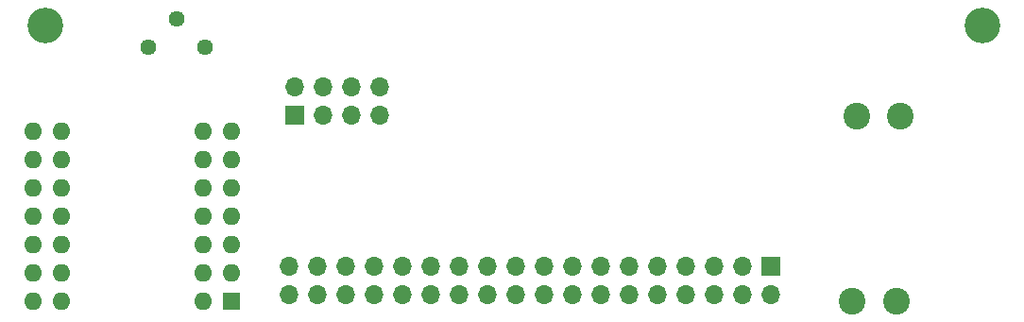
<source format=gbr>
%TF.GenerationSoftware,KiCad,Pcbnew,6.0.11*%
%TF.CreationDate,2025-01-17T14:03:23+01:00*%
%TF.ProjectId,MP6532_board_28-QFN,4d503635-3332-45f6-926f-6172645f3238,rev?*%
%TF.SameCoordinates,Original*%
%TF.FileFunction,Soldermask,Bot*%
%TF.FilePolarity,Negative*%
%FSLAX46Y46*%
G04 Gerber Fmt 4.6, Leading zero omitted, Abs format (unit mm)*
G04 Created by KiCad (PCBNEW 6.0.11) date 2025-01-17 14:03:23*
%MOMM*%
%LPD*%
G01*
G04 APERTURE LIST*
%ADD10R,1.600000X1.600000*%
%ADD11O,1.600000X1.600000*%
%ADD12C,2.400000*%
%ADD13C,3.200000*%
%ADD14C,1.440000*%
%ADD15R,1.700000X1.700000*%
%ADD16O,1.700000X1.700000*%
G04 APERTURE END LIST*
D10*
%TO.C,U2*%
X57912000Y-71120000D03*
D11*
X55372000Y-71120000D03*
X57912000Y-68580000D03*
X55372000Y-68580000D03*
X57912000Y-66040000D03*
X55372000Y-66040000D03*
X57912000Y-63500000D03*
X55372000Y-63500000D03*
X57912000Y-60960000D03*
X55372000Y-60960000D03*
X57912000Y-58420000D03*
X55372000Y-58420000D03*
X57912000Y-55880000D03*
X55372000Y-55880000D03*
X42672000Y-55880000D03*
X40132000Y-55880000D03*
X42672000Y-58420000D03*
X40132000Y-58420000D03*
X42672000Y-60960000D03*
X40132000Y-60960000D03*
X42672000Y-63500000D03*
X40132000Y-63500000D03*
X42672000Y-66040000D03*
X40132000Y-66040000D03*
X42672000Y-68580000D03*
X40132000Y-68580000D03*
X42672000Y-71120000D03*
X40132000Y-71120000D03*
%TD*%
D12*
%TO.C,H2*%
X117860000Y-54560000D03*
%TD*%
D13*
%TO.C,H10*%
X41170000Y-46390000D03*
%TD*%
D14*
%TO.C,RV1*%
X55499000Y-48387000D03*
X52959000Y-45847000D03*
X50419000Y-48387000D03*
%TD*%
D12*
%TO.C,H5*%
X113538000Y-71125000D03*
%TD*%
D15*
%TO.C,J1*%
X63560000Y-54500000D03*
D16*
X63560000Y-51960000D03*
X66100000Y-54500000D03*
X66100000Y-51960000D03*
X68640000Y-54500000D03*
X68640000Y-51960000D03*
X71180000Y-54500000D03*
X71180000Y-51960000D03*
%TD*%
D13*
%TO.C,H9*%
X125170000Y-46390000D03*
%TD*%
D12*
%TO.C,H1*%
X113970000Y-54570000D03*
%TD*%
D15*
%TO.C,J2*%
X106235000Y-68030000D03*
D16*
X106235000Y-70570000D03*
X103695000Y-68030000D03*
X103695000Y-70570000D03*
X101155000Y-68030000D03*
X101155000Y-70570000D03*
X98615000Y-68030000D03*
X98615000Y-70570000D03*
X96075000Y-68030000D03*
X96075000Y-70570000D03*
X93535000Y-68030000D03*
X93535000Y-70570000D03*
X90995000Y-68030000D03*
X90995000Y-70570000D03*
X88455000Y-68030000D03*
X88455000Y-70570000D03*
X85915000Y-68030000D03*
X85915000Y-70570000D03*
X83375000Y-68030000D03*
X83375000Y-70570000D03*
X80835000Y-68030000D03*
X80835000Y-70570000D03*
X78295000Y-68030000D03*
X78295000Y-70570000D03*
X75755000Y-68030000D03*
X75755000Y-70570000D03*
X73215000Y-68030000D03*
X73215000Y-70570000D03*
X70675000Y-68030000D03*
X70675000Y-70570000D03*
X68135000Y-68030000D03*
X68135000Y-70570000D03*
X65595000Y-68030000D03*
X65595000Y-70570000D03*
X63055000Y-68030000D03*
X63055000Y-70570000D03*
%TD*%
D12*
%TO.C,H6*%
X117478000Y-71125000D03*
%TD*%
M02*

</source>
